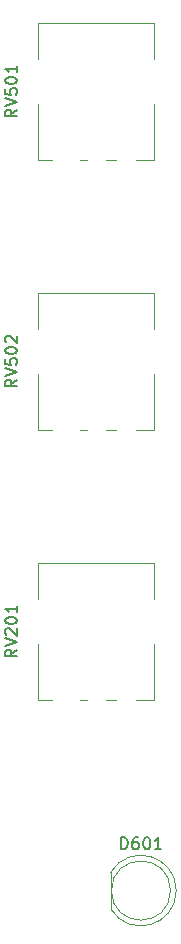
<source format=gto>
G04 #@! TF.GenerationSoftware,KiCad,Pcbnew,6.0.5+dfsg-1~bpo11+1*
G04 #@! TF.CreationDate,2023-01-30T19:55:39+00:00*
G04 #@! TF.ProjectId,phasor_II,70686173-6f72-45f4-9949-2e6b69636164,0*
G04 #@! TF.SameCoordinates,Original*
G04 #@! TF.FileFunction,Legend,Top*
G04 #@! TF.FilePolarity,Positive*
%FSLAX46Y46*%
G04 Gerber Fmt 4.6, Leading zero omitted, Abs format (unit mm)*
G04 Created by KiCad (PCBNEW 6.0.5+dfsg-1~bpo11+1) date 2023-01-30 19:55:39*
%MOMM*%
%LPD*%
G01*
G04 APERTURE LIST*
%ADD10C,0.150000*%
%ADD11C,0.120000*%
%ADD12O,2.720000X3.240000*%
%ADD13R,1.800000X1.800000*%
%ADD14C,1.800000*%
%ADD15C,2.600000*%
%ADD16C,1.524000*%
%ADD17O,1.500000X1.500000*%
%ADD18R,1.700000X1.700000*%
%ADD19O,1.700000X1.700000*%
%ADD20C,1.600000*%
%ADD21C,1.440000*%
%ADD22C,2.000000*%
%ADD23C,3.000000*%
%ADD24R,1.600000X1.600000*%
%ADD25R,4.000000X2.000000*%
%ADD26O,3.300000X2.000000*%
%ADD27O,2.000000X3.500000*%
G04 APERTURE END LIST*
D10*
X122852380Y-124377619D02*
X122376190Y-124710952D01*
X122852380Y-124949047D02*
X121852380Y-124949047D01*
X121852380Y-124568095D01*
X121900000Y-124472857D01*
X121947619Y-124425238D01*
X122042857Y-124377619D01*
X122185714Y-124377619D01*
X122280952Y-124425238D01*
X122328571Y-124472857D01*
X122376190Y-124568095D01*
X122376190Y-124949047D01*
X121852380Y-124091904D02*
X122852380Y-123758571D01*
X121852380Y-123425238D01*
X121947619Y-123139523D02*
X121900000Y-123091904D01*
X121852380Y-122996666D01*
X121852380Y-122758571D01*
X121900000Y-122663333D01*
X121947619Y-122615714D01*
X122042857Y-122568095D01*
X122138095Y-122568095D01*
X122280952Y-122615714D01*
X122852380Y-123187142D01*
X122852380Y-122568095D01*
X121852380Y-121949047D02*
X121852380Y-121853809D01*
X121900000Y-121758571D01*
X121947619Y-121710952D01*
X122042857Y-121663333D01*
X122233333Y-121615714D01*
X122471428Y-121615714D01*
X122661904Y-121663333D01*
X122757142Y-121710952D01*
X122804761Y-121758571D01*
X122852380Y-121853809D01*
X122852380Y-121949047D01*
X122804761Y-122044285D01*
X122757142Y-122091904D01*
X122661904Y-122139523D01*
X122471428Y-122187142D01*
X122233333Y-122187142D01*
X122042857Y-122139523D01*
X121947619Y-122091904D01*
X121900000Y-122044285D01*
X121852380Y-121949047D01*
X122852380Y-120663333D02*
X122852380Y-121234761D01*
X122852380Y-120949047D02*
X121852380Y-120949047D01*
X121995238Y-121044285D01*
X122090476Y-121139523D01*
X122138095Y-121234761D01*
X122852380Y-101517619D02*
X122376190Y-101850952D01*
X122852380Y-102089047D02*
X121852380Y-102089047D01*
X121852380Y-101708095D01*
X121900000Y-101612857D01*
X121947619Y-101565238D01*
X122042857Y-101517619D01*
X122185714Y-101517619D01*
X122280952Y-101565238D01*
X122328571Y-101612857D01*
X122376190Y-101708095D01*
X122376190Y-102089047D01*
X121852380Y-101231904D02*
X122852380Y-100898571D01*
X121852380Y-100565238D01*
X121852380Y-99755714D02*
X121852380Y-100231904D01*
X122328571Y-100279523D01*
X122280952Y-100231904D01*
X122233333Y-100136666D01*
X122233333Y-99898571D01*
X122280952Y-99803333D01*
X122328571Y-99755714D01*
X122423809Y-99708095D01*
X122661904Y-99708095D01*
X122757142Y-99755714D01*
X122804761Y-99803333D01*
X122852380Y-99898571D01*
X122852380Y-100136666D01*
X122804761Y-100231904D01*
X122757142Y-100279523D01*
X121852380Y-99089047D02*
X121852380Y-98993809D01*
X121900000Y-98898571D01*
X121947619Y-98850952D01*
X122042857Y-98803333D01*
X122233333Y-98755714D01*
X122471428Y-98755714D01*
X122661904Y-98803333D01*
X122757142Y-98850952D01*
X122804761Y-98898571D01*
X122852380Y-98993809D01*
X122852380Y-99089047D01*
X122804761Y-99184285D01*
X122757142Y-99231904D01*
X122661904Y-99279523D01*
X122471428Y-99327142D01*
X122233333Y-99327142D01*
X122042857Y-99279523D01*
X121947619Y-99231904D01*
X121900000Y-99184285D01*
X121852380Y-99089047D01*
X121947619Y-98374761D02*
X121900000Y-98327142D01*
X121852380Y-98231904D01*
X121852380Y-97993809D01*
X121900000Y-97898571D01*
X121947619Y-97850952D01*
X122042857Y-97803333D01*
X122138095Y-97803333D01*
X122280952Y-97850952D01*
X122852380Y-98422380D01*
X122852380Y-97803333D01*
X131654523Y-141272380D02*
X131654523Y-140272380D01*
X131892619Y-140272380D01*
X132035476Y-140320000D01*
X132130714Y-140415238D01*
X132178333Y-140510476D01*
X132225952Y-140700952D01*
X132225952Y-140843809D01*
X132178333Y-141034285D01*
X132130714Y-141129523D01*
X132035476Y-141224761D01*
X131892619Y-141272380D01*
X131654523Y-141272380D01*
X133083095Y-140272380D02*
X132892619Y-140272380D01*
X132797380Y-140320000D01*
X132749761Y-140367619D01*
X132654523Y-140510476D01*
X132606904Y-140700952D01*
X132606904Y-141081904D01*
X132654523Y-141177142D01*
X132702142Y-141224761D01*
X132797380Y-141272380D01*
X132987857Y-141272380D01*
X133083095Y-141224761D01*
X133130714Y-141177142D01*
X133178333Y-141081904D01*
X133178333Y-140843809D01*
X133130714Y-140748571D01*
X133083095Y-140700952D01*
X132987857Y-140653333D01*
X132797380Y-140653333D01*
X132702142Y-140700952D01*
X132654523Y-140748571D01*
X132606904Y-140843809D01*
X133797380Y-140272380D02*
X133892619Y-140272380D01*
X133987857Y-140320000D01*
X134035476Y-140367619D01*
X134083095Y-140462857D01*
X134130714Y-140653333D01*
X134130714Y-140891428D01*
X134083095Y-141081904D01*
X134035476Y-141177142D01*
X133987857Y-141224761D01*
X133892619Y-141272380D01*
X133797380Y-141272380D01*
X133702142Y-141224761D01*
X133654523Y-141177142D01*
X133606904Y-141081904D01*
X133559285Y-140891428D01*
X133559285Y-140653333D01*
X133606904Y-140462857D01*
X133654523Y-140367619D01*
X133702142Y-140320000D01*
X133797380Y-140272380D01*
X135083095Y-141272380D02*
X134511666Y-141272380D01*
X134797380Y-141272380D02*
X134797380Y-140272380D01*
X134702142Y-140415238D01*
X134606904Y-140510476D01*
X134511666Y-140558095D01*
X122852380Y-78657619D02*
X122376190Y-78990952D01*
X122852380Y-79229047D02*
X121852380Y-79229047D01*
X121852380Y-78848095D01*
X121900000Y-78752857D01*
X121947619Y-78705238D01*
X122042857Y-78657619D01*
X122185714Y-78657619D01*
X122280952Y-78705238D01*
X122328571Y-78752857D01*
X122376190Y-78848095D01*
X122376190Y-79229047D01*
X121852380Y-78371904D02*
X122852380Y-78038571D01*
X121852380Y-77705238D01*
X121852380Y-76895714D02*
X121852380Y-77371904D01*
X122328571Y-77419523D01*
X122280952Y-77371904D01*
X122233333Y-77276666D01*
X122233333Y-77038571D01*
X122280952Y-76943333D01*
X122328571Y-76895714D01*
X122423809Y-76848095D01*
X122661904Y-76848095D01*
X122757142Y-76895714D01*
X122804761Y-76943333D01*
X122852380Y-77038571D01*
X122852380Y-77276666D01*
X122804761Y-77371904D01*
X122757142Y-77419523D01*
X121852380Y-76229047D02*
X121852380Y-76133809D01*
X121900000Y-76038571D01*
X121947619Y-75990952D01*
X122042857Y-75943333D01*
X122233333Y-75895714D01*
X122471428Y-75895714D01*
X122661904Y-75943333D01*
X122757142Y-75990952D01*
X122804761Y-76038571D01*
X122852380Y-76133809D01*
X122852380Y-76229047D01*
X122804761Y-76324285D01*
X122757142Y-76371904D01*
X122661904Y-76419523D01*
X122471428Y-76467142D01*
X122233333Y-76467142D01*
X122042857Y-76419523D01*
X121947619Y-76371904D01*
X121900000Y-76324285D01*
X121852380Y-76229047D01*
X122852380Y-74943333D02*
X122852380Y-75514761D01*
X122852380Y-75229047D02*
X121852380Y-75229047D01*
X121995238Y-75324285D01*
X122090476Y-75419523D01*
X122138095Y-75514761D01*
D11*
X124670000Y-120130000D02*
X124670000Y-117070000D01*
X134410000Y-128660000D02*
X134410000Y-123940000D01*
X125850000Y-128660000D02*
X124670000Y-128660000D01*
X128750000Y-128660000D02*
X128220000Y-128660000D01*
X131200000Y-128660000D02*
X130370000Y-128660000D01*
X134410000Y-120130000D02*
X134410000Y-117070000D01*
X124660000Y-128660000D02*
X124660000Y-123940000D01*
X134410000Y-128660000D02*
X132920000Y-128660000D01*
X134410000Y-117070000D02*
X124670000Y-117070000D01*
X125850000Y-105800000D02*
X124670000Y-105800000D01*
X134410000Y-97270000D02*
X134410000Y-94210000D01*
X131200000Y-105800000D02*
X130370000Y-105800000D01*
X124670000Y-97270000D02*
X124670000Y-94210000D01*
X134410000Y-94210000D02*
X124670000Y-94210000D01*
X128750000Y-105800000D02*
X128220000Y-105800000D01*
X124660000Y-105800000D02*
X124660000Y-101080000D01*
X134410000Y-105800000D02*
X134410000Y-101080000D01*
X134410000Y-105800000D02*
X132920000Y-105800000D01*
X130785000Y-143235000D02*
X130785000Y-146325000D01*
X136335000Y-144780462D02*
G75*
G03*
X130785000Y-143235170I-2990000J462D01*
G01*
X130785000Y-146324830D02*
G75*
G03*
X136335000Y-144779538I2560000J1544830D01*
G01*
X135845000Y-144780000D02*
G75*
G03*
X135845000Y-144780000I-2500000J0D01*
G01*
X134410000Y-82940000D02*
X132920000Y-82940000D01*
X124670000Y-74410000D02*
X124670000Y-71350000D01*
X128750000Y-82940000D02*
X128220000Y-82940000D01*
X134410000Y-82940000D02*
X134410000Y-78220000D01*
X125850000Y-82940000D02*
X124670000Y-82940000D01*
X131200000Y-82940000D02*
X130370000Y-82940000D01*
X134410000Y-74410000D02*
X134410000Y-71350000D01*
X134410000Y-71350000D02*
X124670000Y-71350000D01*
X124660000Y-82940000D02*
X124660000Y-78220000D01*
%LPC*%
D12*
X134340000Y-122040000D03*
X124740000Y-122040000D03*
D13*
X127040000Y-129540000D03*
D14*
X129540000Y-129540000D03*
X132040000Y-129540000D03*
D12*
X124740000Y-99180000D03*
X134340000Y-99180000D03*
D13*
X127040000Y-106680000D03*
D14*
X129540000Y-106680000D03*
X132040000Y-106680000D03*
D13*
X132075000Y-144780000D03*
D14*
X134615000Y-144780000D03*
D12*
X134340000Y-76320000D03*
X124740000Y-76320000D03*
D13*
X127040000Y-83820000D03*
D14*
X129540000Y-83820000D03*
X132040000Y-83820000D03*
D15*
X119380000Y-151384000D03*
X111760000Y-151384000D03*
D16*
X162306000Y-102506000D03*
X162306000Y-120506000D03*
D14*
X162306000Y-112776000D03*
D13*
X162306000Y-110236000D03*
D17*
X156306000Y-111506000D03*
X157109848Y-114505999D03*
X159306000Y-116702152D03*
X162306000Y-117506000D03*
X165305999Y-116702152D03*
X167502152Y-114505999D03*
X168306000Y-111506000D03*
X167502152Y-108506000D03*
X165306000Y-106309848D03*
X162306000Y-105506000D03*
X159306000Y-106309848D03*
X157109848Y-108506000D03*
D18*
X189230000Y-129794000D03*
D19*
X186690000Y-129794000D03*
X184150000Y-129794000D03*
X181610000Y-129794000D03*
X179070000Y-129794000D03*
X176530000Y-129794000D03*
D20*
X168108000Y-89408000D03*
X163108000Y-89408000D03*
D21*
X163513000Y-95313000D03*
X166053000Y-95313000D03*
X168593000Y-95313000D03*
D22*
X134874000Y-64008000D03*
D21*
X163312000Y-125476000D03*
X165852000Y-125476000D03*
X168392000Y-125476000D03*
D20*
X189738000Y-62992000D03*
X189738000Y-67992000D03*
D23*
X185915000Y-55965000D03*
X169685000Y-55965000D03*
X185915000Y-49615000D03*
X169685000Y-49615000D03*
X185915000Y-62315000D03*
X169685000Y-62315000D03*
D24*
X120562380Y-128524000D03*
D20*
X118062380Y-128524000D03*
D22*
X111760000Y-147320000D03*
D20*
X139700000Y-47300000D03*
D25*
X139700000Y-56300000D03*
D26*
X139700000Y-50300000D03*
D27*
X135200000Y-49300000D03*
X144200000Y-49300000D03*
D24*
X113792000Y-120396000D03*
D20*
X111292000Y-120396000D03*
D18*
X130815000Y-109235000D03*
D19*
X128275000Y-109235000D03*
X130815000Y-111775000D03*
X128275000Y-111775000D03*
X130815000Y-114315000D03*
X128275000Y-114315000D03*
D23*
X165100000Y-55965000D03*
X148870000Y-55965000D03*
X165100000Y-49615000D03*
X148870000Y-49615000D03*
X165100000Y-62315000D03*
X148870000Y-62315000D03*
D20*
X160060000Y-85598000D03*
X165060000Y-85598000D03*
D23*
X130556000Y-55965000D03*
X114326000Y-55965000D03*
X130556000Y-49615000D03*
X114326000Y-49615000D03*
X130556000Y-62315000D03*
X114326000Y-62315000D03*
D24*
X120650000Y-120396000D03*
D20*
X118150000Y-120396000D03*
D22*
X111760000Y-143510000D03*
D21*
X114290000Y-75692000D03*
X116830000Y-75692000D03*
X119370000Y-75692000D03*
D24*
X113704380Y-128524000D03*
D20*
X111204380Y-128524000D03*
M02*

</source>
